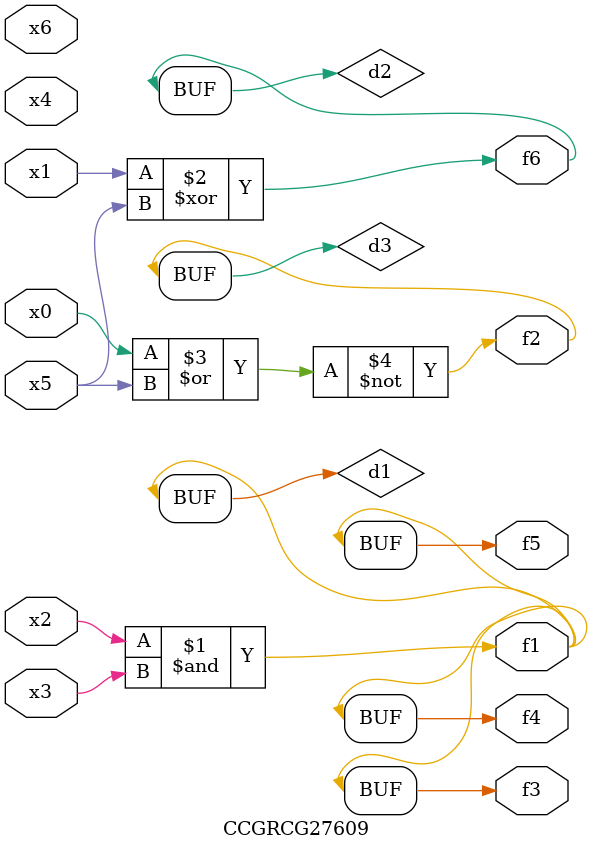
<source format=v>
module CCGRCG27609(
	input x0, x1, x2, x3, x4, x5, x6,
	output f1, f2, f3, f4, f5, f6
);

	wire d1, d2, d3;

	and (d1, x2, x3);
	xor (d2, x1, x5);
	nor (d3, x0, x5);
	assign f1 = d1;
	assign f2 = d3;
	assign f3 = d1;
	assign f4 = d1;
	assign f5 = d1;
	assign f6 = d2;
endmodule

</source>
